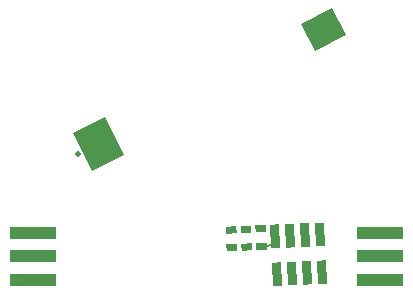
<source format=gbs>
G04 #@! TF.FileFunction,Soldermask,Bot*
%FSLAX46Y46*%
G04 Gerber Fmt 4.6, Leading zero omitted, Abs format (unit mm)*
G04 Created by KiCad (PCBNEW 4.0.0-rc2-stable) date 3/3/2016 3:45:09 PM*
%MOMM*%
G01*
G04 APERTURE LIST*
%ADD10C,0.150000*%
%ADD11R,4.000000X1.000000*%
%ADD12C,0.600000*%
%ADD13C,0.500000*%
G04 APERTURE END LIST*
D10*
D11*
X78367330Y-50192207D03*
X78367330Y-48192207D03*
X78367330Y-46192207D03*
D12*
X77367330Y-50192207D03*
X77367330Y-48192207D03*
X77367330Y-46192207D03*
D11*
X49020836Y-46192207D03*
X49020836Y-48192207D03*
X49020836Y-50192207D03*
D12*
X50020836Y-46192207D03*
X50020836Y-48192207D03*
X50020836Y-50192207D03*
D10*
G36*
X75510003Y-29459309D02*
X72836983Y-30821281D01*
X71656607Y-28504665D01*
X74329627Y-27142693D01*
X75510003Y-29459309D01*
X75510003Y-29459309D01*
G37*
G36*
X56669460Y-39620213D02*
X53996441Y-40982185D01*
X52362074Y-37774561D01*
X55035093Y-36412589D01*
X56669460Y-39620213D01*
X56669460Y-39620213D01*
G37*
D13*
X52822855Y-39559970D03*
D10*
G36*
X69278071Y-50710860D02*
X69195046Y-48712584D01*
X69954391Y-48681034D01*
X70037416Y-50679310D01*
X69278071Y-50710860D01*
X69278071Y-50710860D01*
G37*
G36*
X70546977Y-50658140D02*
X70463952Y-48659864D01*
X71223297Y-48628314D01*
X71306322Y-50626590D01*
X70546977Y-50658140D01*
X70546977Y-50658140D01*
G37*
G36*
X71815882Y-50605420D02*
X71732857Y-48607144D01*
X72492202Y-48575594D01*
X72575227Y-50573870D01*
X71815882Y-50605420D01*
X71815882Y-50605420D01*
G37*
G36*
X73084787Y-50552699D02*
X73001762Y-48554423D01*
X73761107Y-48522873D01*
X73844132Y-50521149D01*
X73084787Y-50552699D01*
X73084787Y-50552699D01*
G37*
G36*
X69145233Y-47513619D02*
X69062208Y-45515343D01*
X69821553Y-45483793D01*
X69904578Y-47482069D01*
X69145233Y-47513619D01*
X69145233Y-47513619D01*
G37*
G36*
X70414138Y-47460898D02*
X70331113Y-45462622D01*
X71090458Y-45431072D01*
X71173483Y-47429348D01*
X70414138Y-47460898D01*
X70414138Y-47460898D01*
G37*
G36*
X71683043Y-47408178D02*
X71600018Y-45409902D01*
X72359363Y-45378352D01*
X72442388Y-47376628D01*
X71683043Y-47408178D01*
X71683043Y-47408178D01*
G37*
G36*
X72961940Y-47355042D02*
X72878916Y-45356766D01*
X73618278Y-45326048D01*
X73701302Y-47324324D01*
X72961940Y-47355042D01*
X72961940Y-47355042D01*
G37*
G36*
X67823206Y-46167338D02*
X67798298Y-45567855D01*
X68697522Y-45530494D01*
X68722430Y-46129977D01*
X67823206Y-46167338D01*
X67823206Y-46167338D01*
G37*
G36*
X67885475Y-47666045D02*
X67860567Y-47066562D01*
X68759791Y-47029201D01*
X68784699Y-47628684D01*
X67885475Y-47666045D01*
X67885475Y-47666045D01*
G37*
G36*
X66636552Y-47717935D02*
X66611644Y-47118452D01*
X67510868Y-47081091D01*
X67535776Y-47680574D01*
X66636552Y-47717935D01*
X66636552Y-47717935D01*
G37*
G36*
X66574284Y-46219228D02*
X66549376Y-45619745D01*
X67448600Y-45582384D01*
X67473508Y-46181867D01*
X66574284Y-46219228D01*
X66574284Y-46219228D01*
G37*
G36*
X65325361Y-46271118D02*
X65300453Y-45671635D01*
X66199677Y-45634274D01*
X66224585Y-46233757D01*
X65325361Y-46271118D01*
X65325361Y-46271118D01*
G37*
G36*
X65387630Y-47769825D02*
X65362722Y-47170342D01*
X66261946Y-47132981D01*
X66286854Y-47732464D01*
X65387630Y-47769825D01*
X65387630Y-47769825D01*
G37*
G36*
X68524536Y-47389277D02*
X68516234Y-47189450D01*
X69415458Y-47152089D01*
X69423760Y-47351916D01*
X68524536Y-47389277D01*
X68524536Y-47389277D01*
G37*
M02*

</source>
